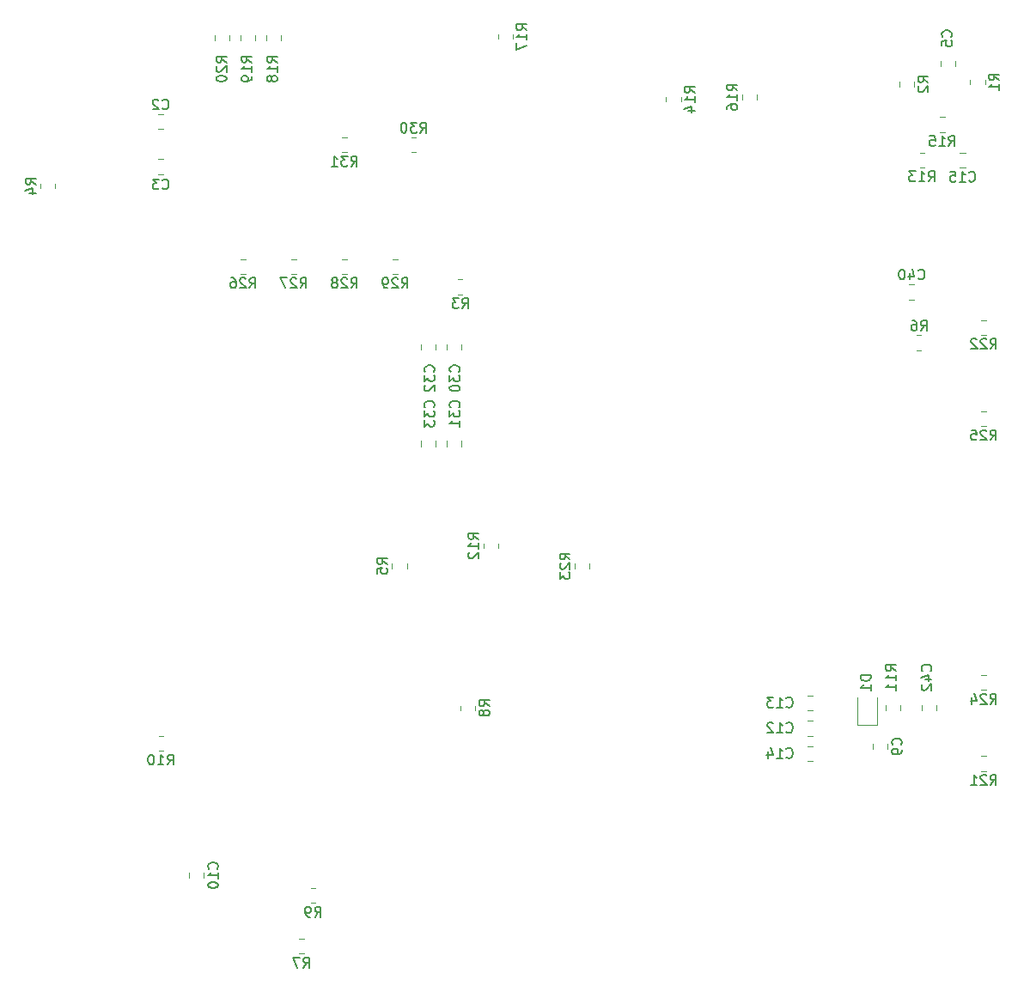
<source format=gbr>
%TF.GenerationSoftware,KiCad,Pcbnew,(5.1.9)-1*%
%TF.CreationDate,2021-06-05T00:45:16-04:00*%
%TF.ProjectId,main,6d61696e-2e6b-4696-9361-645f70636258,rev?*%
%TF.SameCoordinates,Original*%
%TF.FileFunction,Legend,Bot*%
%TF.FilePolarity,Positive*%
%FSLAX46Y46*%
G04 Gerber Fmt 4.6, Leading zero omitted, Abs format (unit mm)*
G04 Created by KiCad (PCBNEW (5.1.9)-1) date 2021-06-05 00:45:16*
%MOMM*%
%LPD*%
G01*
G04 APERTURE LIST*
%ADD10C,0.120000*%
%ADD11C,0.150000*%
G04 APERTURE END LIST*
D10*
%TO.C,C42*%
X108993000Y-93718748D02*
X108993000Y-94241252D01*
X110463000Y-93718748D02*
X110463000Y-94241252D01*
%TO.C,C40*%
X108261252Y-52265000D02*
X107738748Y-52265000D01*
X108261252Y-53735000D02*
X107738748Y-53735000D01*
%TO.C,C33*%
X61060000Y-68206252D02*
X61060000Y-67683748D01*
X59590000Y-68206252D02*
X59590000Y-67683748D01*
%TO.C,C32*%
X59590000Y-58158748D02*
X59590000Y-58681252D01*
X61060000Y-58158748D02*
X61060000Y-58681252D01*
%TO.C,R31*%
X51860436Y-39235000D02*
X52314564Y-39235000D01*
X51860436Y-37765000D02*
X52314564Y-37765000D01*
%TO.C,R30*%
X59139564Y-37765000D02*
X58685436Y-37765000D01*
X59139564Y-39235000D02*
X58685436Y-39235000D01*
%TO.C,R29*%
X56860436Y-51235000D02*
X57314564Y-51235000D01*
X56860436Y-49765000D02*
X57314564Y-49765000D01*
%TO.C,R28*%
X51860436Y-51235000D02*
X52314564Y-51235000D01*
X51860436Y-49765000D02*
X52314564Y-49765000D01*
%TO.C,R27*%
X46860436Y-51235000D02*
X47314564Y-51235000D01*
X46860436Y-49765000D02*
X47314564Y-49765000D01*
%TO.C,R26*%
X41860436Y-51235000D02*
X42314564Y-51235000D01*
X41860436Y-49765000D02*
X42314564Y-49765000D01*
%TO.C,R25*%
X114860936Y-66235000D02*
X115315064Y-66235000D01*
X114860936Y-64765000D02*
X115315064Y-64765000D01*
%TO.C,R24*%
X114860936Y-92235000D02*
X115315064Y-92235000D01*
X114860936Y-90765000D02*
X115315064Y-90765000D01*
%TO.C,R22*%
X114860936Y-57235000D02*
X115315064Y-57235000D01*
X114860936Y-55765000D02*
X115315064Y-55765000D01*
%TO.C,R21*%
X114860936Y-100235000D02*
X115315064Y-100235000D01*
X114860936Y-98765000D02*
X115315064Y-98765000D01*
%TO.C,C31*%
X63600000Y-68206252D02*
X63600000Y-67683748D01*
X62130000Y-68206252D02*
X62130000Y-67683748D01*
%TO.C,C30*%
X62130000Y-58158748D02*
X62130000Y-58681252D01*
X63600000Y-58158748D02*
X63600000Y-58681252D01*
%TO.C,R23*%
X74765000Y-79772936D02*
X74765000Y-80227064D01*
X76235000Y-79772936D02*
X76235000Y-80227064D01*
%TO.C,R20*%
X40740000Y-28167064D02*
X40740000Y-27712936D01*
X39270000Y-28167064D02*
X39270000Y-27712936D01*
%TO.C,R19*%
X43280000Y-28167064D02*
X43280000Y-27712936D01*
X41810000Y-28167064D02*
X41810000Y-27712936D01*
%TO.C,R18*%
X45820000Y-28167064D02*
X45820000Y-27712936D01*
X44350000Y-28167064D02*
X44350000Y-27712936D01*
%TO.C,R17*%
X68680000Y-28063564D02*
X68680000Y-27609436D01*
X67210000Y-28063564D02*
X67210000Y-27609436D01*
%TO.C,R12*%
X67235000Y-77772936D02*
X67235000Y-78227064D01*
X65765000Y-77772936D02*
X65765000Y-78227064D01*
%TO.C,C14*%
X98261252Y-99235000D02*
X97738748Y-99235000D01*
X98261252Y-97765000D02*
X97738748Y-97765000D01*
%TO.C,C13*%
X98261252Y-94235000D02*
X97738748Y-94235000D01*
X98261252Y-92765000D02*
X97738748Y-92765000D01*
%TO.C,C12*%
X98261252Y-96735000D02*
X97738748Y-96735000D01*
X98261252Y-95265000D02*
X97738748Y-95265000D01*
%TO.C,R11*%
X105437000Y-94207064D02*
X105437000Y-93752936D01*
X106907000Y-94207064D02*
X106907000Y-93752936D01*
%TO.C,R8*%
X63527000Y-94227064D02*
X63527000Y-93772936D01*
X64997000Y-94227064D02*
X64997000Y-93772936D01*
%TO.C,R3*%
X63272936Y-51765000D02*
X63727064Y-51765000D01*
X63272936Y-53235000D02*
X63727064Y-53235000D01*
%TO.C,R14*%
X83765000Y-34227064D02*
X83765000Y-33772936D01*
X85235000Y-34227064D02*
X85235000Y-33772936D01*
%TO.C,D1*%
X102672000Y-95665000D02*
X102672000Y-92980000D01*
X104592000Y-95665000D02*
X102672000Y-95665000D01*
X104592000Y-92980000D02*
X104592000Y-95665000D01*
%TO.C,C9*%
X104167000Y-98051252D02*
X104167000Y-97528748D01*
X105637000Y-98051252D02*
X105637000Y-97528748D01*
%TO.C,R10*%
X33772936Y-96765000D02*
X34227064Y-96765000D01*
X33772936Y-98235000D02*
X34227064Y-98235000D01*
%TO.C,R9*%
X48772936Y-111765000D02*
X49227064Y-111765000D01*
X48772936Y-113235000D02*
X49227064Y-113235000D01*
%TO.C,R7*%
X47628436Y-116765000D02*
X48082564Y-116765000D01*
X47628436Y-118235000D02*
X48082564Y-118235000D01*
%TO.C,R2*%
X106765000Y-32727064D02*
X106765000Y-32272936D01*
X108235000Y-32727064D02*
X108235000Y-32272936D01*
%TO.C,R1*%
X113765000Y-32519064D02*
X113765000Y-32064936D01*
X115235000Y-32519064D02*
X115235000Y-32064936D01*
%TO.C,C5*%
X110814000Y-30761252D02*
X110814000Y-30238748D01*
X112284000Y-30761252D02*
X112284000Y-30238748D01*
%TO.C,R16*%
X92735000Y-33554936D02*
X92735000Y-34009064D01*
X91265000Y-33554936D02*
X91265000Y-34009064D01*
%TO.C,R15*%
X110772936Y-35765000D02*
X111227064Y-35765000D01*
X110772936Y-37235000D02*
X111227064Y-37235000D01*
%TO.C,R13*%
X108772936Y-39265000D02*
X109227064Y-39265000D01*
X108772936Y-40735000D02*
X109227064Y-40735000D01*
%TO.C,C15*%
X112738748Y-39265000D02*
X113261252Y-39265000D01*
X112738748Y-40735000D02*
X113261252Y-40735000D01*
%TO.C,R5*%
X58235000Y-79772936D02*
X58235000Y-80227064D01*
X56765000Y-79772936D02*
X56765000Y-80227064D01*
%TO.C,R4*%
X23595000Y-42317936D02*
X23595000Y-42772064D01*
X22125000Y-42317936D02*
X22125000Y-42772064D01*
%TO.C,R6*%
X108939064Y-58735000D02*
X108484936Y-58735000D01*
X108939064Y-57265000D02*
X108484936Y-57265000D01*
%TO.C,C2*%
X33708748Y-36930000D02*
X34231252Y-36930000D01*
X33708748Y-35460000D02*
X34231252Y-35460000D01*
%TO.C,C3*%
X33708748Y-41375000D02*
X34231252Y-41375000D01*
X33708748Y-39905000D02*
X34231252Y-39905000D01*
%TO.C,C10*%
X38235000Y-110761252D02*
X38235000Y-110238748D01*
X36765000Y-110761252D02*
X36765000Y-110238748D01*
%TO.C,C42*%
D11*
X109857142Y-90357142D02*
X109904761Y-90309523D01*
X109952380Y-90166666D01*
X109952380Y-90071428D01*
X109904761Y-89928571D01*
X109809523Y-89833333D01*
X109714285Y-89785714D01*
X109523809Y-89738095D01*
X109380952Y-89738095D01*
X109190476Y-89785714D01*
X109095238Y-89833333D01*
X109000000Y-89928571D01*
X108952380Y-90071428D01*
X108952380Y-90166666D01*
X109000000Y-90309523D01*
X109047619Y-90357142D01*
X109285714Y-91214285D02*
X109952380Y-91214285D01*
X108904761Y-90976190D02*
X109619047Y-90738095D01*
X109619047Y-91357142D01*
X109047619Y-91690476D02*
X109000000Y-91738095D01*
X108952380Y-91833333D01*
X108952380Y-92071428D01*
X109000000Y-92166666D01*
X109047619Y-92214285D01*
X109142857Y-92261904D01*
X109238095Y-92261904D01*
X109380952Y-92214285D01*
X109952380Y-91642857D01*
X109952380Y-92261904D01*
%TO.C,C40*%
X108642857Y-51677142D02*
X108690476Y-51724761D01*
X108833333Y-51772380D01*
X108928571Y-51772380D01*
X109071428Y-51724761D01*
X109166666Y-51629523D01*
X109214285Y-51534285D01*
X109261904Y-51343809D01*
X109261904Y-51200952D01*
X109214285Y-51010476D01*
X109166666Y-50915238D01*
X109071428Y-50820000D01*
X108928571Y-50772380D01*
X108833333Y-50772380D01*
X108690476Y-50820000D01*
X108642857Y-50867619D01*
X107785714Y-51105714D02*
X107785714Y-51772380D01*
X108023809Y-50724761D02*
X108261904Y-51439047D01*
X107642857Y-51439047D01*
X107071428Y-50772380D02*
X106976190Y-50772380D01*
X106880952Y-50820000D01*
X106833333Y-50867619D01*
X106785714Y-50962857D01*
X106738095Y-51153333D01*
X106738095Y-51391428D01*
X106785714Y-51581904D01*
X106833333Y-51677142D01*
X106880952Y-51724761D01*
X106976190Y-51772380D01*
X107071428Y-51772380D01*
X107166666Y-51724761D01*
X107214285Y-51677142D01*
X107261904Y-51581904D01*
X107309523Y-51391428D01*
X107309523Y-51153333D01*
X107261904Y-50962857D01*
X107214285Y-50867619D01*
X107166666Y-50820000D01*
X107071428Y-50772380D01*
%TO.C,C33*%
X60857142Y-64357142D02*
X60904761Y-64309523D01*
X60952380Y-64166666D01*
X60952380Y-64071428D01*
X60904761Y-63928571D01*
X60809523Y-63833333D01*
X60714285Y-63785714D01*
X60523809Y-63738095D01*
X60380952Y-63738095D01*
X60190476Y-63785714D01*
X60095238Y-63833333D01*
X60000000Y-63928571D01*
X59952380Y-64071428D01*
X59952380Y-64166666D01*
X60000000Y-64309523D01*
X60047619Y-64357142D01*
X59952380Y-64690476D02*
X59952380Y-65309523D01*
X60333333Y-64976190D01*
X60333333Y-65119047D01*
X60380952Y-65214285D01*
X60428571Y-65261904D01*
X60523809Y-65309523D01*
X60761904Y-65309523D01*
X60857142Y-65261904D01*
X60904761Y-65214285D01*
X60952380Y-65119047D01*
X60952380Y-64833333D01*
X60904761Y-64738095D01*
X60857142Y-64690476D01*
X59952380Y-65642857D02*
X59952380Y-66261904D01*
X60333333Y-65928571D01*
X60333333Y-66071428D01*
X60380952Y-66166666D01*
X60428571Y-66214285D01*
X60523809Y-66261904D01*
X60761904Y-66261904D01*
X60857142Y-66214285D01*
X60904761Y-66166666D01*
X60952380Y-66071428D01*
X60952380Y-65785714D01*
X60904761Y-65690476D01*
X60857142Y-65642857D01*
%TO.C,C32*%
X60857142Y-60857142D02*
X60904761Y-60809523D01*
X60952380Y-60666666D01*
X60952380Y-60571428D01*
X60904761Y-60428571D01*
X60809523Y-60333333D01*
X60714285Y-60285714D01*
X60523809Y-60238095D01*
X60380952Y-60238095D01*
X60190476Y-60285714D01*
X60095238Y-60333333D01*
X60000000Y-60428571D01*
X59952380Y-60571428D01*
X59952380Y-60666666D01*
X60000000Y-60809523D01*
X60047619Y-60857142D01*
X59952380Y-61190476D02*
X59952380Y-61809523D01*
X60333333Y-61476190D01*
X60333333Y-61619047D01*
X60380952Y-61714285D01*
X60428571Y-61761904D01*
X60523809Y-61809523D01*
X60761904Y-61809523D01*
X60857142Y-61761904D01*
X60904761Y-61714285D01*
X60952380Y-61619047D01*
X60952380Y-61333333D01*
X60904761Y-61238095D01*
X60857142Y-61190476D01*
X60047619Y-62190476D02*
X60000000Y-62238095D01*
X59952380Y-62333333D01*
X59952380Y-62571428D01*
X60000000Y-62666666D01*
X60047619Y-62714285D01*
X60142857Y-62761904D01*
X60238095Y-62761904D01*
X60380952Y-62714285D01*
X60952380Y-62142857D01*
X60952380Y-62761904D01*
%TO.C,R31*%
X52730357Y-40602380D02*
X53063690Y-40126190D01*
X53301785Y-40602380D02*
X53301785Y-39602380D01*
X52920833Y-39602380D01*
X52825595Y-39650000D01*
X52777976Y-39697619D01*
X52730357Y-39792857D01*
X52730357Y-39935714D01*
X52777976Y-40030952D01*
X52825595Y-40078571D01*
X52920833Y-40126190D01*
X53301785Y-40126190D01*
X52397023Y-39602380D02*
X51777976Y-39602380D01*
X52111309Y-39983333D01*
X51968452Y-39983333D01*
X51873214Y-40030952D01*
X51825595Y-40078571D01*
X51777976Y-40173809D01*
X51777976Y-40411904D01*
X51825595Y-40507142D01*
X51873214Y-40554761D01*
X51968452Y-40602380D01*
X52254166Y-40602380D01*
X52349404Y-40554761D01*
X52397023Y-40507142D01*
X50825595Y-40602380D02*
X51397023Y-40602380D01*
X51111309Y-40602380D02*
X51111309Y-39602380D01*
X51206547Y-39745238D01*
X51301785Y-39840476D01*
X51397023Y-39888095D01*
%TO.C,R30*%
X59555357Y-37302380D02*
X59888690Y-36826190D01*
X60126785Y-37302380D02*
X60126785Y-36302380D01*
X59745833Y-36302380D01*
X59650595Y-36350000D01*
X59602976Y-36397619D01*
X59555357Y-36492857D01*
X59555357Y-36635714D01*
X59602976Y-36730952D01*
X59650595Y-36778571D01*
X59745833Y-36826190D01*
X60126785Y-36826190D01*
X59222023Y-36302380D02*
X58602976Y-36302380D01*
X58936309Y-36683333D01*
X58793452Y-36683333D01*
X58698214Y-36730952D01*
X58650595Y-36778571D01*
X58602976Y-36873809D01*
X58602976Y-37111904D01*
X58650595Y-37207142D01*
X58698214Y-37254761D01*
X58793452Y-37302380D01*
X59079166Y-37302380D01*
X59174404Y-37254761D01*
X59222023Y-37207142D01*
X57983928Y-36302380D02*
X57888690Y-36302380D01*
X57793452Y-36350000D01*
X57745833Y-36397619D01*
X57698214Y-36492857D01*
X57650595Y-36683333D01*
X57650595Y-36921428D01*
X57698214Y-37111904D01*
X57745833Y-37207142D01*
X57793452Y-37254761D01*
X57888690Y-37302380D01*
X57983928Y-37302380D01*
X58079166Y-37254761D01*
X58126785Y-37207142D01*
X58174404Y-37111904D01*
X58222023Y-36921428D01*
X58222023Y-36683333D01*
X58174404Y-36492857D01*
X58126785Y-36397619D01*
X58079166Y-36350000D01*
X57983928Y-36302380D01*
%TO.C,R29*%
X57730357Y-52602380D02*
X58063690Y-52126190D01*
X58301785Y-52602380D02*
X58301785Y-51602380D01*
X57920833Y-51602380D01*
X57825595Y-51650000D01*
X57777976Y-51697619D01*
X57730357Y-51792857D01*
X57730357Y-51935714D01*
X57777976Y-52030952D01*
X57825595Y-52078571D01*
X57920833Y-52126190D01*
X58301785Y-52126190D01*
X57349404Y-51697619D02*
X57301785Y-51650000D01*
X57206547Y-51602380D01*
X56968452Y-51602380D01*
X56873214Y-51650000D01*
X56825595Y-51697619D01*
X56777976Y-51792857D01*
X56777976Y-51888095D01*
X56825595Y-52030952D01*
X57397023Y-52602380D01*
X56777976Y-52602380D01*
X56301785Y-52602380D02*
X56111309Y-52602380D01*
X56016071Y-52554761D01*
X55968452Y-52507142D01*
X55873214Y-52364285D01*
X55825595Y-52173809D01*
X55825595Y-51792857D01*
X55873214Y-51697619D01*
X55920833Y-51650000D01*
X56016071Y-51602380D01*
X56206547Y-51602380D01*
X56301785Y-51650000D01*
X56349404Y-51697619D01*
X56397023Y-51792857D01*
X56397023Y-52030952D01*
X56349404Y-52126190D01*
X56301785Y-52173809D01*
X56206547Y-52221428D01*
X56016071Y-52221428D01*
X55920833Y-52173809D01*
X55873214Y-52126190D01*
X55825595Y-52030952D01*
%TO.C,R28*%
X52730357Y-52602380D02*
X53063690Y-52126190D01*
X53301785Y-52602380D02*
X53301785Y-51602380D01*
X52920833Y-51602380D01*
X52825595Y-51650000D01*
X52777976Y-51697619D01*
X52730357Y-51792857D01*
X52730357Y-51935714D01*
X52777976Y-52030952D01*
X52825595Y-52078571D01*
X52920833Y-52126190D01*
X53301785Y-52126190D01*
X52349404Y-51697619D02*
X52301785Y-51650000D01*
X52206547Y-51602380D01*
X51968452Y-51602380D01*
X51873214Y-51650000D01*
X51825595Y-51697619D01*
X51777976Y-51792857D01*
X51777976Y-51888095D01*
X51825595Y-52030952D01*
X52397023Y-52602380D01*
X51777976Y-52602380D01*
X51206547Y-52030952D02*
X51301785Y-51983333D01*
X51349404Y-51935714D01*
X51397023Y-51840476D01*
X51397023Y-51792857D01*
X51349404Y-51697619D01*
X51301785Y-51650000D01*
X51206547Y-51602380D01*
X51016071Y-51602380D01*
X50920833Y-51650000D01*
X50873214Y-51697619D01*
X50825595Y-51792857D01*
X50825595Y-51840476D01*
X50873214Y-51935714D01*
X50920833Y-51983333D01*
X51016071Y-52030952D01*
X51206547Y-52030952D01*
X51301785Y-52078571D01*
X51349404Y-52126190D01*
X51397023Y-52221428D01*
X51397023Y-52411904D01*
X51349404Y-52507142D01*
X51301785Y-52554761D01*
X51206547Y-52602380D01*
X51016071Y-52602380D01*
X50920833Y-52554761D01*
X50873214Y-52507142D01*
X50825595Y-52411904D01*
X50825595Y-52221428D01*
X50873214Y-52126190D01*
X50920833Y-52078571D01*
X51016071Y-52030952D01*
%TO.C,R27*%
X47730357Y-52602380D02*
X48063690Y-52126190D01*
X48301785Y-52602380D02*
X48301785Y-51602380D01*
X47920833Y-51602380D01*
X47825595Y-51650000D01*
X47777976Y-51697619D01*
X47730357Y-51792857D01*
X47730357Y-51935714D01*
X47777976Y-52030952D01*
X47825595Y-52078571D01*
X47920833Y-52126190D01*
X48301785Y-52126190D01*
X47349404Y-51697619D02*
X47301785Y-51650000D01*
X47206547Y-51602380D01*
X46968452Y-51602380D01*
X46873214Y-51650000D01*
X46825595Y-51697619D01*
X46777976Y-51792857D01*
X46777976Y-51888095D01*
X46825595Y-52030952D01*
X47397023Y-52602380D01*
X46777976Y-52602380D01*
X46444642Y-51602380D02*
X45777976Y-51602380D01*
X46206547Y-52602380D01*
%TO.C,R26*%
X42730357Y-52602380D02*
X43063690Y-52126190D01*
X43301785Y-52602380D02*
X43301785Y-51602380D01*
X42920833Y-51602380D01*
X42825595Y-51650000D01*
X42777976Y-51697619D01*
X42730357Y-51792857D01*
X42730357Y-51935714D01*
X42777976Y-52030952D01*
X42825595Y-52078571D01*
X42920833Y-52126190D01*
X43301785Y-52126190D01*
X42349404Y-51697619D02*
X42301785Y-51650000D01*
X42206547Y-51602380D01*
X41968452Y-51602380D01*
X41873214Y-51650000D01*
X41825595Y-51697619D01*
X41777976Y-51792857D01*
X41777976Y-51888095D01*
X41825595Y-52030952D01*
X42397023Y-52602380D01*
X41777976Y-52602380D01*
X40920833Y-51602380D02*
X41111309Y-51602380D01*
X41206547Y-51650000D01*
X41254166Y-51697619D01*
X41349404Y-51840476D01*
X41397023Y-52030952D01*
X41397023Y-52411904D01*
X41349404Y-52507142D01*
X41301785Y-52554761D01*
X41206547Y-52602380D01*
X41016071Y-52602380D01*
X40920833Y-52554761D01*
X40873214Y-52507142D01*
X40825595Y-52411904D01*
X40825595Y-52173809D01*
X40873214Y-52078571D01*
X40920833Y-52030952D01*
X41016071Y-51983333D01*
X41206547Y-51983333D01*
X41301785Y-52030952D01*
X41349404Y-52078571D01*
X41397023Y-52173809D01*
%TO.C,R25*%
X115730857Y-67602380D02*
X116064190Y-67126190D01*
X116302285Y-67602380D02*
X116302285Y-66602380D01*
X115921333Y-66602380D01*
X115826095Y-66650000D01*
X115778476Y-66697619D01*
X115730857Y-66792857D01*
X115730857Y-66935714D01*
X115778476Y-67030952D01*
X115826095Y-67078571D01*
X115921333Y-67126190D01*
X116302285Y-67126190D01*
X115349904Y-66697619D02*
X115302285Y-66650000D01*
X115207047Y-66602380D01*
X114968952Y-66602380D01*
X114873714Y-66650000D01*
X114826095Y-66697619D01*
X114778476Y-66792857D01*
X114778476Y-66888095D01*
X114826095Y-67030952D01*
X115397523Y-67602380D01*
X114778476Y-67602380D01*
X113873714Y-66602380D02*
X114349904Y-66602380D01*
X114397523Y-67078571D01*
X114349904Y-67030952D01*
X114254666Y-66983333D01*
X114016571Y-66983333D01*
X113921333Y-67030952D01*
X113873714Y-67078571D01*
X113826095Y-67173809D01*
X113826095Y-67411904D01*
X113873714Y-67507142D01*
X113921333Y-67554761D01*
X114016571Y-67602380D01*
X114254666Y-67602380D01*
X114349904Y-67554761D01*
X114397523Y-67507142D01*
%TO.C,R24*%
X115730857Y-93602380D02*
X116064190Y-93126190D01*
X116302285Y-93602380D02*
X116302285Y-92602380D01*
X115921333Y-92602380D01*
X115826095Y-92650000D01*
X115778476Y-92697619D01*
X115730857Y-92792857D01*
X115730857Y-92935714D01*
X115778476Y-93030952D01*
X115826095Y-93078571D01*
X115921333Y-93126190D01*
X116302285Y-93126190D01*
X115349904Y-92697619D02*
X115302285Y-92650000D01*
X115207047Y-92602380D01*
X114968952Y-92602380D01*
X114873714Y-92650000D01*
X114826095Y-92697619D01*
X114778476Y-92792857D01*
X114778476Y-92888095D01*
X114826095Y-93030952D01*
X115397523Y-93602380D01*
X114778476Y-93602380D01*
X113921333Y-92935714D02*
X113921333Y-93602380D01*
X114159428Y-92554761D02*
X114397523Y-93269047D01*
X113778476Y-93269047D01*
%TO.C,R22*%
X115730857Y-58602380D02*
X116064190Y-58126190D01*
X116302285Y-58602380D02*
X116302285Y-57602380D01*
X115921333Y-57602380D01*
X115826095Y-57650000D01*
X115778476Y-57697619D01*
X115730857Y-57792857D01*
X115730857Y-57935714D01*
X115778476Y-58030952D01*
X115826095Y-58078571D01*
X115921333Y-58126190D01*
X116302285Y-58126190D01*
X115349904Y-57697619D02*
X115302285Y-57650000D01*
X115207047Y-57602380D01*
X114968952Y-57602380D01*
X114873714Y-57650000D01*
X114826095Y-57697619D01*
X114778476Y-57792857D01*
X114778476Y-57888095D01*
X114826095Y-58030952D01*
X115397523Y-58602380D01*
X114778476Y-58602380D01*
X114397523Y-57697619D02*
X114349904Y-57650000D01*
X114254666Y-57602380D01*
X114016571Y-57602380D01*
X113921333Y-57650000D01*
X113873714Y-57697619D01*
X113826095Y-57792857D01*
X113826095Y-57888095D01*
X113873714Y-58030952D01*
X114445142Y-58602380D01*
X113826095Y-58602380D01*
%TO.C,R21*%
X115730857Y-101602380D02*
X116064190Y-101126190D01*
X116302285Y-101602380D02*
X116302285Y-100602380D01*
X115921333Y-100602380D01*
X115826095Y-100650000D01*
X115778476Y-100697619D01*
X115730857Y-100792857D01*
X115730857Y-100935714D01*
X115778476Y-101030952D01*
X115826095Y-101078571D01*
X115921333Y-101126190D01*
X116302285Y-101126190D01*
X115349904Y-100697619D02*
X115302285Y-100650000D01*
X115207047Y-100602380D01*
X114968952Y-100602380D01*
X114873714Y-100650000D01*
X114826095Y-100697619D01*
X114778476Y-100792857D01*
X114778476Y-100888095D01*
X114826095Y-101030952D01*
X115397523Y-101602380D01*
X114778476Y-101602380D01*
X113826095Y-101602380D02*
X114397523Y-101602380D01*
X114111809Y-101602380D02*
X114111809Y-100602380D01*
X114207047Y-100745238D01*
X114302285Y-100840476D01*
X114397523Y-100888095D01*
%TO.C,C31*%
X63357142Y-64357142D02*
X63404761Y-64309523D01*
X63452380Y-64166666D01*
X63452380Y-64071428D01*
X63404761Y-63928571D01*
X63309523Y-63833333D01*
X63214285Y-63785714D01*
X63023809Y-63738095D01*
X62880952Y-63738095D01*
X62690476Y-63785714D01*
X62595238Y-63833333D01*
X62500000Y-63928571D01*
X62452380Y-64071428D01*
X62452380Y-64166666D01*
X62500000Y-64309523D01*
X62547619Y-64357142D01*
X62452380Y-64690476D02*
X62452380Y-65309523D01*
X62833333Y-64976190D01*
X62833333Y-65119047D01*
X62880952Y-65214285D01*
X62928571Y-65261904D01*
X63023809Y-65309523D01*
X63261904Y-65309523D01*
X63357142Y-65261904D01*
X63404761Y-65214285D01*
X63452380Y-65119047D01*
X63452380Y-64833333D01*
X63404761Y-64738095D01*
X63357142Y-64690476D01*
X63452380Y-66261904D02*
X63452380Y-65690476D01*
X63452380Y-65976190D02*
X62452380Y-65976190D01*
X62595238Y-65880952D01*
X62690476Y-65785714D01*
X62738095Y-65690476D01*
%TO.C,C30*%
X63357142Y-60857142D02*
X63404761Y-60809523D01*
X63452380Y-60666666D01*
X63452380Y-60571428D01*
X63404761Y-60428571D01*
X63309523Y-60333333D01*
X63214285Y-60285714D01*
X63023809Y-60238095D01*
X62880952Y-60238095D01*
X62690476Y-60285714D01*
X62595238Y-60333333D01*
X62500000Y-60428571D01*
X62452380Y-60571428D01*
X62452380Y-60666666D01*
X62500000Y-60809523D01*
X62547619Y-60857142D01*
X62452380Y-61190476D02*
X62452380Y-61809523D01*
X62833333Y-61476190D01*
X62833333Y-61619047D01*
X62880952Y-61714285D01*
X62928571Y-61761904D01*
X63023809Y-61809523D01*
X63261904Y-61809523D01*
X63357142Y-61761904D01*
X63404761Y-61714285D01*
X63452380Y-61619047D01*
X63452380Y-61333333D01*
X63404761Y-61238095D01*
X63357142Y-61190476D01*
X62452380Y-62428571D02*
X62452380Y-62523809D01*
X62500000Y-62619047D01*
X62547619Y-62666666D01*
X62642857Y-62714285D01*
X62833333Y-62761904D01*
X63071428Y-62761904D01*
X63261904Y-62714285D01*
X63357142Y-62666666D01*
X63404761Y-62619047D01*
X63452380Y-62523809D01*
X63452380Y-62428571D01*
X63404761Y-62333333D01*
X63357142Y-62285714D01*
X63261904Y-62238095D01*
X63071428Y-62190476D01*
X62833333Y-62190476D01*
X62642857Y-62238095D01*
X62547619Y-62285714D01*
X62500000Y-62333333D01*
X62452380Y-62428571D01*
%TO.C,R23*%
X74302380Y-79357142D02*
X73826190Y-79023809D01*
X74302380Y-78785714D02*
X73302380Y-78785714D01*
X73302380Y-79166666D01*
X73350000Y-79261904D01*
X73397619Y-79309523D01*
X73492857Y-79357142D01*
X73635714Y-79357142D01*
X73730952Y-79309523D01*
X73778571Y-79261904D01*
X73826190Y-79166666D01*
X73826190Y-78785714D01*
X73397619Y-79738095D02*
X73350000Y-79785714D01*
X73302380Y-79880952D01*
X73302380Y-80119047D01*
X73350000Y-80214285D01*
X73397619Y-80261904D01*
X73492857Y-80309523D01*
X73588095Y-80309523D01*
X73730952Y-80261904D01*
X74302380Y-79690476D01*
X74302380Y-80309523D01*
X73302380Y-80642857D02*
X73302380Y-81261904D01*
X73683333Y-80928571D01*
X73683333Y-81071428D01*
X73730952Y-81166666D01*
X73778571Y-81214285D01*
X73873809Y-81261904D01*
X74111904Y-81261904D01*
X74207142Y-81214285D01*
X74254761Y-81166666D01*
X74302380Y-81071428D01*
X74302380Y-80785714D01*
X74254761Y-80690476D01*
X74207142Y-80642857D01*
%TO.C,R20*%
X40452380Y-30357142D02*
X39976190Y-30023809D01*
X40452380Y-29785714D02*
X39452380Y-29785714D01*
X39452380Y-30166666D01*
X39500000Y-30261904D01*
X39547619Y-30309523D01*
X39642857Y-30357142D01*
X39785714Y-30357142D01*
X39880952Y-30309523D01*
X39928571Y-30261904D01*
X39976190Y-30166666D01*
X39976190Y-29785714D01*
X39547619Y-30738095D02*
X39500000Y-30785714D01*
X39452380Y-30880952D01*
X39452380Y-31119047D01*
X39500000Y-31214285D01*
X39547619Y-31261904D01*
X39642857Y-31309523D01*
X39738095Y-31309523D01*
X39880952Y-31261904D01*
X40452380Y-30690476D01*
X40452380Y-31309523D01*
X39452380Y-31928571D02*
X39452380Y-32023809D01*
X39500000Y-32119047D01*
X39547619Y-32166666D01*
X39642857Y-32214285D01*
X39833333Y-32261904D01*
X40071428Y-32261904D01*
X40261904Y-32214285D01*
X40357142Y-32166666D01*
X40404761Y-32119047D01*
X40452380Y-32023809D01*
X40452380Y-31928571D01*
X40404761Y-31833333D01*
X40357142Y-31785714D01*
X40261904Y-31738095D01*
X40071428Y-31690476D01*
X39833333Y-31690476D01*
X39642857Y-31738095D01*
X39547619Y-31785714D01*
X39500000Y-31833333D01*
X39452380Y-31928571D01*
%TO.C,R19*%
X42952380Y-30357142D02*
X42476190Y-30023809D01*
X42952380Y-29785714D02*
X41952380Y-29785714D01*
X41952380Y-30166666D01*
X42000000Y-30261904D01*
X42047619Y-30309523D01*
X42142857Y-30357142D01*
X42285714Y-30357142D01*
X42380952Y-30309523D01*
X42428571Y-30261904D01*
X42476190Y-30166666D01*
X42476190Y-29785714D01*
X42952380Y-31309523D02*
X42952380Y-30738095D01*
X42952380Y-31023809D02*
X41952380Y-31023809D01*
X42095238Y-30928571D01*
X42190476Y-30833333D01*
X42238095Y-30738095D01*
X42952380Y-31785714D02*
X42952380Y-31976190D01*
X42904761Y-32071428D01*
X42857142Y-32119047D01*
X42714285Y-32214285D01*
X42523809Y-32261904D01*
X42142857Y-32261904D01*
X42047619Y-32214285D01*
X42000000Y-32166666D01*
X41952380Y-32071428D01*
X41952380Y-31880952D01*
X42000000Y-31785714D01*
X42047619Y-31738095D01*
X42142857Y-31690476D01*
X42380952Y-31690476D01*
X42476190Y-31738095D01*
X42523809Y-31785714D01*
X42571428Y-31880952D01*
X42571428Y-32071428D01*
X42523809Y-32166666D01*
X42476190Y-32214285D01*
X42380952Y-32261904D01*
%TO.C,R18*%
X45452380Y-30357142D02*
X44976190Y-30023809D01*
X45452380Y-29785714D02*
X44452380Y-29785714D01*
X44452380Y-30166666D01*
X44500000Y-30261904D01*
X44547619Y-30309523D01*
X44642857Y-30357142D01*
X44785714Y-30357142D01*
X44880952Y-30309523D01*
X44928571Y-30261904D01*
X44976190Y-30166666D01*
X44976190Y-29785714D01*
X45452380Y-31309523D02*
X45452380Y-30738095D01*
X45452380Y-31023809D02*
X44452380Y-31023809D01*
X44595238Y-30928571D01*
X44690476Y-30833333D01*
X44738095Y-30738095D01*
X44880952Y-31880952D02*
X44833333Y-31785714D01*
X44785714Y-31738095D01*
X44690476Y-31690476D01*
X44642857Y-31690476D01*
X44547619Y-31738095D01*
X44500000Y-31785714D01*
X44452380Y-31880952D01*
X44452380Y-32071428D01*
X44500000Y-32166666D01*
X44547619Y-32214285D01*
X44642857Y-32261904D01*
X44690476Y-32261904D01*
X44785714Y-32214285D01*
X44833333Y-32166666D01*
X44880952Y-32071428D01*
X44880952Y-31880952D01*
X44928571Y-31785714D01*
X44976190Y-31738095D01*
X45071428Y-31690476D01*
X45261904Y-31690476D01*
X45357142Y-31738095D01*
X45404761Y-31785714D01*
X45452380Y-31880952D01*
X45452380Y-32071428D01*
X45404761Y-32166666D01*
X45357142Y-32214285D01*
X45261904Y-32261904D01*
X45071428Y-32261904D01*
X44976190Y-32214285D01*
X44928571Y-32166666D01*
X44880952Y-32071428D01*
%TO.C,R17*%
X70047380Y-27193642D02*
X69571190Y-26860309D01*
X70047380Y-26622214D02*
X69047380Y-26622214D01*
X69047380Y-27003166D01*
X69095000Y-27098404D01*
X69142619Y-27146023D01*
X69237857Y-27193642D01*
X69380714Y-27193642D01*
X69475952Y-27146023D01*
X69523571Y-27098404D01*
X69571190Y-27003166D01*
X69571190Y-26622214D01*
X70047380Y-28146023D02*
X70047380Y-27574595D01*
X70047380Y-27860309D02*
X69047380Y-27860309D01*
X69190238Y-27765071D01*
X69285476Y-27669833D01*
X69333095Y-27574595D01*
X69047380Y-28479357D02*
X69047380Y-29146023D01*
X70047380Y-28717452D01*
%TO.C,R12*%
X65302380Y-77357142D02*
X64826190Y-77023809D01*
X65302380Y-76785714D02*
X64302380Y-76785714D01*
X64302380Y-77166666D01*
X64350000Y-77261904D01*
X64397619Y-77309523D01*
X64492857Y-77357142D01*
X64635714Y-77357142D01*
X64730952Y-77309523D01*
X64778571Y-77261904D01*
X64826190Y-77166666D01*
X64826190Y-76785714D01*
X65302380Y-78309523D02*
X65302380Y-77738095D01*
X65302380Y-78023809D02*
X64302380Y-78023809D01*
X64445238Y-77928571D01*
X64540476Y-77833333D01*
X64588095Y-77738095D01*
X64397619Y-78690476D02*
X64350000Y-78738095D01*
X64302380Y-78833333D01*
X64302380Y-79071428D01*
X64350000Y-79166666D01*
X64397619Y-79214285D01*
X64492857Y-79261904D01*
X64588095Y-79261904D01*
X64730952Y-79214285D01*
X65302380Y-78642857D01*
X65302380Y-79261904D01*
%TO.C,C14*%
X95642857Y-98857142D02*
X95690476Y-98904761D01*
X95833333Y-98952380D01*
X95928571Y-98952380D01*
X96071428Y-98904761D01*
X96166666Y-98809523D01*
X96214285Y-98714285D01*
X96261904Y-98523809D01*
X96261904Y-98380952D01*
X96214285Y-98190476D01*
X96166666Y-98095238D01*
X96071428Y-98000000D01*
X95928571Y-97952380D01*
X95833333Y-97952380D01*
X95690476Y-98000000D01*
X95642857Y-98047619D01*
X94690476Y-98952380D02*
X95261904Y-98952380D01*
X94976190Y-98952380D02*
X94976190Y-97952380D01*
X95071428Y-98095238D01*
X95166666Y-98190476D01*
X95261904Y-98238095D01*
X93833333Y-98285714D02*
X93833333Y-98952380D01*
X94071428Y-97904761D02*
X94309523Y-98619047D01*
X93690476Y-98619047D01*
%TO.C,C13*%
X95642857Y-93857142D02*
X95690476Y-93904761D01*
X95833333Y-93952380D01*
X95928571Y-93952380D01*
X96071428Y-93904761D01*
X96166666Y-93809523D01*
X96214285Y-93714285D01*
X96261904Y-93523809D01*
X96261904Y-93380952D01*
X96214285Y-93190476D01*
X96166666Y-93095238D01*
X96071428Y-93000000D01*
X95928571Y-92952380D01*
X95833333Y-92952380D01*
X95690476Y-93000000D01*
X95642857Y-93047619D01*
X94690476Y-93952380D02*
X95261904Y-93952380D01*
X94976190Y-93952380D02*
X94976190Y-92952380D01*
X95071428Y-93095238D01*
X95166666Y-93190476D01*
X95261904Y-93238095D01*
X94357142Y-92952380D02*
X93738095Y-92952380D01*
X94071428Y-93333333D01*
X93928571Y-93333333D01*
X93833333Y-93380952D01*
X93785714Y-93428571D01*
X93738095Y-93523809D01*
X93738095Y-93761904D01*
X93785714Y-93857142D01*
X93833333Y-93904761D01*
X93928571Y-93952380D01*
X94214285Y-93952380D01*
X94309523Y-93904761D01*
X94357142Y-93857142D01*
%TO.C,C12*%
X95642857Y-96357142D02*
X95690476Y-96404761D01*
X95833333Y-96452380D01*
X95928571Y-96452380D01*
X96071428Y-96404761D01*
X96166666Y-96309523D01*
X96214285Y-96214285D01*
X96261904Y-96023809D01*
X96261904Y-95880952D01*
X96214285Y-95690476D01*
X96166666Y-95595238D01*
X96071428Y-95500000D01*
X95928571Y-95452380D01*
X95833333Y-95452380D01*
X95690476Y-95500000D01*
X95642857Y-95547619D01*
X94690476Y-96452380D02*
X95261904Y-96452380D01*
X94976190Y-96452380D02*
X94976190Y-95452380D01*
X95071428Y-95595238D01*
X95166666Y-95690476D01*
X95261904Y-95738095D01*
X94309523Y-95547619D02*
X94261904Y-95500000D01*
X94166666Y-95452380D01*
X93928571Y-95452380D01*
X93833333Y-95500000D01*
X93785714Y-95547619D01*
X93738095Y-95642857D01*
X93738095Y-95738095D01*
X93785714Y-95880952D01*
X94357142Y-96452380D01*
X93738095Y-96452380D01*
%TO.C,R11*%
X106452380Y-90357142D02*
X105976190Y-90023809D01*
X106452380Y-89785714D02*
X105452380Y-89785714D01*
X105452380Y-90166666D01*
X105500000Y-90261904D01*
X105547619Y-90309523D01*
X105642857Y-90357142D01*
X105785714Y-90357142D01*
X105880952Y-90309523D01*
X105928571Y-90261904D01*
X105976190Y-90166666D01*
X105976190Y-89785714D01*
X106452380Y-91309523D02*
X106452380Y-90738095D01*
X106452380Y-91023809D02*
X105452380Y-91023809D01*
X105595238Y-90928571D01*
X105690476Y-90833333D01*
X105738095Y-90738095D01*
X106452380Y-92261904D02*
X106452380Y-91690476D01*
X106452380Y-91976190D02*
X105452380Y-91976190D01*
X105595238Y-91880952D01*
X105690476Y-91785714D01*
X105738095Y-91690476D01*
%TO.C,R8*%
X66364380Y-93833333D02*
X65888190Y-93500000D01*
X66364380Y-93261904D02*
X65364380Y-93261904D01*
X65364380Y-93642857D01*
X65412000Y-93738095D01*
X65459619Y-93785714D01*
X65554857Y-93833333D01*
X65697714Y-93833333D01*
X65792952Y-93785714D01*
X65840571Y-93738095D01*
X65888190Y-93642857D01*
X65888190Y-93261904D01*
X65792952Y-94404761D02*
X65745333Y-94309523D01*
X65697714Y-94261904D01*
X65602476Y-94214285D01*
X65554857Y-94214285D01*
X65459619Y-94261904D01*
X65412000Y-94309523D01*
X65364380Y-94404761D01*
X65364380Y-94595238D01*
X65412000Y-94690476D01*
X65459619Y-94738095D01*
X65554857Y-94785714D01*
X65602476Y-94785714D01*
X65697714Y-94738095D01*
X65745333Y-94690476D01*
X65792952Y-94595238D01*
X65792952Y-94404761D01*
X65840571Y-94309523D01*
X65888190Y-94261904D01*
X65983428Y-94214285D01*
X66173904Y-94214285D01*
X66269142Y-94261904D01*
X66316761Y-94309523D01*
X66364380Y-94404761D01*
X66364380Y-94595238D01*
X66316761Y-94690476D01*
X66269142Y-94738095D01*
X66173904Y-94785714D01*
X65983428Y-94785714D01*
X65888190Y-94738095D01*
X65840571Y-94690476D01*
X65792952Y-94595238D01*
%TO.C,R3*%
X63666666Y-54602380D02*
X64000000Y-54126190D01*
X64238095Y-54602380D02*
X64238095Y-53602380D01*
X63857142Y-53602380D01*
X63761904Y-53650000D01*
X63714285Y-53697619D01*
X63666666Y-53792857D01*
X63666666Y-53935714D01*
X63714285Y-54030952D01*
X63761904Y-54078571D01*
X63857142Y-54126190D01*
X64238095Y-54126190D01*
X63333333Y-53602380D02*
X62714285Y-53602380D01*
X63047619Y-53983333D01*
X62904761Y-53983333D01*
X62809523Y-54030952D01*
X62761904Y-54078571D01*
X62714285Y-54173809D01*
X62714285Y-54411904D01*
X62761904Y-54507142D01*
X62809523Y-54554761D01*
X62904761Y-54602380D01*
X63190476Y-54602380D01*
X63285714Y-54554761D01*
X63333333Y-54507142D01*
%TO.C,R14*%
X86602380Y-33357142D02*
X86126190Y-33023809D01*
X86602380Y-32785714D02*
X85602380Y-32785714D01*
X85602380Y-33166666D01*
X85650000Y-33261904D01*
X85697619Y-33309523D01*
X85792857Y-33357142D01*
X85935714Y-33357142D01*
X86030952Y-33309523D01*
X86078571Y-33261904D01*
X86126190Y-33166666D01*
X86126190Y-32785714D01*
X86602380Y-34309523D02*
X86602380Y-33738095D01*
X86602380Y-34023809D02*
X85602380Y-34023809D01*
X85745238Y-33928571D01*
X85840476Y-33833333D01*
X85888095Y-33738095D01*
X85935714Y-35166666D02*
X86602380Y-35166666D01*
X85554761Y-34928571D02*
X86269047Y-34690476D01*
X86269047Y-35309523D01*
%TO.C,D1*%
X103952380Y-90761904D02*
X102952380Y-90761904D01*
X102952380Y-91000000D01*
X103000000Y-91142857D01*
X103095238Y-91238095D01*
X103190476Y-91285714D01*
X103380952Y-91333333D01*
X103523809Y-91333333D01*
X103714285Y-91285714D01*
X103809523Y-91238095D01*
X103904761Y-91142857D01*
X103952380Y-91000000D01*
X103952380Y-90761904D01*
X103952380Y-92285714D02*
X103952380Y-91714285D01*
X103952380Y-92000000D02*
X102952380Y-92000000D01*
X103095238Y-91904761D01*
X103190476Y-91809523D01*
X103238095Y-91714285D01*
%TO.C,C9*%
X106939142Y-97623333D02*
X106986761Y-97575714D01*
X107034380Y-97432857D01*
X107034380Y-97337619D01*
X106986761Y-97194761D01*
X106891523Y-97099523D01*
X106796285Y-97051904D01*
X106605809Y-97004285D01*
X106462952Y-97004285D01*
X106272476Y-97051904D01*
X106177238Y-97099523D01*
X106082000Y-97194761D01*
X106034380Y-97337619D01*
X106034380Y-97432857D01*
X106082000Y-97575714D01*
X106129619Y-97623333D01*
X107034380Y-98099523D02*
X107034380Y-98290000D01*
X106986761Y-98385238D01*
X106939142Y-98432857D01*
X106796285Y-98528095D01*
X106605809Y-98575714D01*
X106224857Y-98575714D01*
X106129619Y-98528095D01*
X106082000Y-98480476D01*
X106034380Y-98385238D01*
X106034380Y-98194761D01*
X106082000Y-98099523D01*
X106129619Y-98051904D01*
X106224857Y-98004285D01*
X106462952Y-98004285D01*
X106558190Y-98051904D01*
X106605809Y-98099523D01*
X106653428Y-98194761D01*
X106653428Y-98385238D01*
X106605809Y-98480476D01*
X106558190Y-98528095D01*
X106462952Y-98575714D01*
%TO.C,R10*%
X34642857Y-99602380D02*
X34976190Y-99126190D01*
X35214285Y-99602380D02*
X35214285Y-98602380D01*
X34833333Y-98602380D01*
X34738095Y-98650000D01*
X34690476Y-98697619D01*
X34642857Y-98792857D01*
X34642857Y-98935714D01*
X34690476Y-99030952D01*
X34738095Y-99078571D01*
X34833333Y-99126190D01*
X35214285Y-99126190D01*
X33690476Y-99602380D02*
X34261904Y-99602380D01*
X33976190Y-99602380D02*
X33976190Y-98602380D01*
X34071428Y-98745238D01*
X34166666Y-98840476D01*
X34261904Y-98888095D01*
X33071428Y-98602380D02*
X32976190Y-98602380D01*
X32880952Y-98650000D01*
X32833333Y-98697619D01*
X32785714Y-98792857D01*
X32738095Y-98983333D01*
X32738095Y-99221428D01*
X32785714Y-99411904D01*
X32833333Y-99507142D01*
X32880952Y-99554761D01*
X32976190Y-99602380D01*
X33071428Y-99602380D01*
X33166666Y-99554761D01*
X33214285Y-99507142D01*
X33261904Y-99411904D01*
X33309523Y-99221428D01*
X33309523Y-98983333D01*
X33261904Y-98792857D01*
X33214285Y-98697619D01*
X33166666Y-98650000D01*
X33071428Y-98602380D01*
%TO.C,R9*%
X49166666Y-114602380D02*
X49500000Y-114126190D01*
X49738095Y-114602380D02*
X49738095Y-113602380D01*
X49357142Y-113602380D01*
X49261904Y-113650000D01*
X49214285Y-113697619D01*
X49166666Y-113792857D01*
X49166666Y-113935714D01*
X49214285Y-114030952D01*
X49261904Y-114078571D01*
X49357142Y-114126190D01*
X49738095Y-114126190D01*
X48690476Y-114602380D02*
X48500000Y-114602380D01*
X48404761Y-114554761D01*
X48357142Y-114507142D01*
X48261904Y-114364285D01*
X48214285Y-114173809D01*
X48214285Y-113792857D01*
X48261904Y-113697619D01*
X48309523Y-113650000D01*
X48404761Y-113602380D01*
X48595238Y-113602380D01*
X48690476Y-113650000D01*
X48738095Y-113697619D01*
X48785714Y-113792857D01*
X48785714Y-114030952D01*
X48738095Y-114126190D01*
X48690476Y-114173809D01*
X48595238Y-114221428D01*
X48404761Y-114221428D01*
X48309523Y-114173809D01*
X48261904Y-114126190D01*
X48214285Y-114030952D01*
%TO.C,R7*%
X48022166Y-119602380D02*
X48355500Y-119126190D01*
X48593595Y-119602380D02*
X48593595Y-118602380D01*
X48212642Y-118602380D01*
X48117404Y-118650000D01*
X48069785Y-118697619D01*
X48022166Y-118792857D01*
X48022166Y-118935714D01*
X48069785Y-119030952D01*
X48117404Y-119078571D01*
X48212642Y-119126190D01*
X48593595Y-119126190D01*
X47688833Y-118602380D02*
X47022166Y-118602380D01*
X47450738Y-119602380D01*
%TO.C,R2*%
X109602380Y-32333333D02*
X109126190Y-32000000D01*
X109602380Y-31761904D02*
X108602380Y-31761904D01*
X108602380Y-32142857D01*
X108650000Y-32238095D01*
X108697619Y-32285714D01*
X108792857Y-32333333D01*
X108935714Y-32333333D01*
X109030952Y-32285714D01*
X109078571Y-32238095D01*
X109126190Y-32142857D01*
X109126190Y-31761904D01*
X108697619Y-32714285D02*
X108650000Y-32761904D01*
X108602380Y-32857142D01*
X108602380Y-33095238D01*
X108650000Y-33190476D01*
X108697619Y-33238095D01*
X108792857Y-33285714D01*
X108888095Y-33285714D01*
X109030952Y-33238095D01*
X109602380Y-32666666D01*
X109602380Y-33285714D01*
%TO.C,R1*%
X116602380Y-32125333D02*
X116126190Y-31792000D01*
X116602380Y-31553904D02*
X115602380Y-31553904D01*
X115602380Y-31934857D01*
X115650000Y-32030095D01*
X115697619Y-32077714D01*
X115792857Y-32125333D01*
X115935714Y-32125333D01*
X116030952Y-32077714D01*
X116078571Y-32030095D01*
X116126190Y-31934857D01*
X116126190Y-31553904D01*
X116602380Y-33077714D02*
X116602380Y-32506285D01*
X116602380Y-32792000D02*
X115602380Y-32792000D01*
X115745238Y-32696761D01*
X115840476Y-32601523D01*
X115888095Y-32506285D01*
%TO.C,C5*%
X111857142Y-27833333D02*
X111904761Y-27785714D01*
X111952380Y-27642857D01*
X111952380Y-27547619D01*
X111904761Y-27404761D01*
X111809523Y-27309523D01*
X111714285Y-27261904D01*
X111523809Y-27214285D01*
X111380952Y-27214285D01*
X111190476Y-27261904D01*
X111095238Y-27309523D01*
X111000000Y-27404761D01*
X110952380Y-27547619D01*
X110952380Y-27642857D01*
X111000000Y-27785714D01*
X111047619Y-27833333D01*
X110952380Y-28738095D02*
X110952380Y-28261904D01*
X111428571Y-28214285D01*
X111380952Y-28261904D01*
X111333333Y-28357142D01*
X111333333Y-28595238D01*
X111380952Y-28690476D01*
X111428571Y-28738095D01*
X111523809Y-28785714D01*
X111761904Y-28785714D01*
X111857142Y-28738095D01*
X111904761Y-28690476D01*
X111952380Y-28595238D01*
X111952380Y-28357142D01*
X111904761Y-28261904D01*
X111857142Y-28214285D01*
%TO.C,R16*%
X90802380Y-33139142D02*
X90326190Y-32805809D01*
X90802380Y-32567714D02*
X89802380Y-32567714D01*
X89802380Y-32948666D01*
X89850000Y-33043904D01*
X89897619Y-33091523D01*
X89992857Y-33139142D01*
X90135714Y-33139142D01*
X90230952Y-33091523D01*
X90278571Y-33043904D01*
X90326190Y-32948666D01*
X90326190Y-32567714D01*
X90802380Y-34091523D02*
X90802380Y-33520095D01*
X90802380Y-33805809D02*
X89802380Y-33805809D01*
X89945238Y-33710571D01*
X90040476Y-33615333D01*
X90088095Y-33520095D01*
X89802380Y-34948666D02*
X89802380Y-34758190D01*
X89850000Y-34662952D01*
X89897619Y-34615333D01*
X90040476Y-34520095D01*
X90230952Y-34472476D01*
X90611904Y-34472476D01*
X90707142Y-34520095D01*
X90754761Y-34567714D01*
X90802380Y-34662952D01*
X90802380Y-34853428D01*
X90754761Y-34948666D01*
X90707142Y-34996285D01*
X90611904Y-35043904D01*
X90373809Y-35043904D01*
X90278571Y-34996285D01*
X90230952Y-34948666D01*
X90183333Y-34853428D01*
X90183333Y-34662952D01*
X90230952Y-34567714D01*
X90278571Y-34520095D01*
X90373809Y-34472476D01*
%TO.C,R15*%
X111642857Y-38602380D02*
X111976190Y-38126190D01*
X112214285Y-38602380D02*
X112214285Y-37602380D01*
X111833333Y-37602380D01*
X111738095Y-37650000D01*
X111690476Y-37697619D01*
X111642857Y-37792857D01*
X111642857Y-37935714D01*
X111690476Y-38030952D01*
X111738095Y-38078571D01*
X111833333Y-38126190D01*
X112214285Y-38126190D01*
X110690476Y-38602380D02*
X111261904Y-38602380D01*
X110976190Y-38602380D02*
X110976190Y-37602380D01*
X111071428Y-37745238D01*
X111166666Y-37840476D01*
X111261904Y-37888095D01*
X109785714Y-37602380D02*
X110261904Y-37602380D01*
X110309523Y-38078571D01*
X110261904Y-38030952D01*
X110166666Y-37983333D01*
X109928571Y-37983333D01*
X109833333Y-38030952D01*
X109785714Y-38078571D01*
X109738095Y-38173809D01*
X109738095Y-38411904D01*
X109785714Y-38507142D01*
X109833333Y-38554761D01*
X109928571Y-38602380D01*
X110166666Y-38602380D01*
X110261904Y-38554761D01*
X110309523Y-38507142D01*
%TO.C,R13*%
X109642857Y-42102380D02*
X109976190Y-41626190D01*
X110214285Y-42102380D02*
X110214285Y-41102380D01*
X109833333Y-41102380D01*
X109738095Y-41150000D01*
X109690476Y-41197619D01*
X109642857Y-41292857D01*
X109642857Y-41435714D01*
X109690476Y-41530952D01*
X109738095Y-41578571D01*
X109833333Y-41626190D01*
X110214285Y-41626190D01*
X108690476Y-42102380D02*
X109261904Y-42102380D01*
X108976190Y-42102380D02*
X108976190Y-41102380D01*
X109071428Y-41245238D01*
X109166666Y-41340476D01*
X109261904Y-41388095D01*
X108357142Y-41102380D02*
X107738095Y-41102380D01*
X108071428Y-41483333D01*
X107928571Y-41483333D01*
X107833333Y-41530952D01*
X107785714Y-41578571D01*
X107738095Y-41673809D01*
X107738095Y-41911904D01*
X107785714Y-42007142D01*
X107833333Y-42054761D01*
X107928571Y-42102380D01*
X108214285Y-42102380D01*
X108309523Y-42054761D01*
X108357142Y-42007142D01*
%TO.C,C15*%
X113642857Y-42037142D02*
X113690476Y-42084761D01*
X113833333Y-42132380D01*
X113928571Y-42132380D01*
X114071428Y-42084761D01*
X114166666Y-41989523D01*
X114214285Y-41894285D01*
X114261904Y-41703809D01*
X114261904Y-41560952D01*
X114214285Y-41370476D01*
X114166666Y-41275238D01*
X114071428Y-41180000D01*
X113928571Y-41132380D01*
X113833333Y-41132380D01*
X113690476Y-41180000D01*
X113642857Y-41227619D01*
X112690476Y-42132380D02*
X113261904Y-42132380D01*
X112976190Y-42132380D02*
X112976190Y-41132380D01*
X113071428Y-41275238D01*
X113166666Y-41370476D01*
X113261904Y-41418095D01*
X111785714Y-41132380D02*
X112261904Y-41132380D01*
X112309523Y-41608571D01*
X112261904Y-41560952D01*
X112166666Y-41513333D01*
X111928571Y-41513333D01*
X111833333Y-41560952D01*
X111785714Y-41608571D01*
X111738095Y-41703809D01*
X111738095Y-41941904D01*
X111785714Y-42037142D01*
X111833333Y-42084761D01*
X111928571Y-42132380D01*
X112166666Y-42132380D01*
X112261904Y-42084761D01*
X112309523Y-42037142D01*
%TO.C,R5*%
X56302380Y-79833333D02*
X55826190Y-79500000D01*
X56302380Y-79261904D02*
X55302380Y-79261904D01*
X55302380Y-79642857D01*
X55350000Y-79738095D01*
X55397619Y-79785714D01*
X55492857Y-79833333D01*
X55635714Y-79833333D01*
X55730952Y-79785714D01*
X55778571Y-79738095D01*
X55826190Y-79642857D01*
X55826190Y-79261904D01*
X55302380Y-80738095D02*
X55302380Y-80261904D01*
X55778571Y-80214285D01*
X55730952Y-80261904D01*
X55683333Y-80357142D01*
X55683333Y-80595238D01*
X55730952Y-80690476D01*
X55778571Y-80738095D01*
X55873809Y-80785714D01*
X56111904Y-80785714D01*
X56207142Y-80738095D01*
X56254761Y-80690476D01*
X56302380Y-80595238D01*
X56302380Y-80357142D01*
X56254761Y-80261904D01*
X56207142Y-80214285D01*
%TO.C,R4*%
X21662380Y-42378333D02*
X21186190Y-42045000D01*
X21662380Y-41806904D02*
X20662380Y-41806904D01*
X20662380Y-42187857D01*
X20710000Y-42283095D01*
X20757619Y-42330714D01*
X20852857Y-42378333D01*
X20995714Y-42378333D01*
X21090952Y-42330714D01*
X21138571Y-42283095D01*
X21186190Y-42187857D01*
X21186190Y-41806904D01*
X20995714Y-43235476D02*
X21662380Y-43235476D01*
X20614761Y-42997380D02*
X21329047Y-42759285D01*
X21329047Y-43378333D01*
%TO.C,R6*%
X108878666Y-56802380D02*
X109212000Y-56326190D01*
X109450095Y-56802380D02*
X109450095Y-55802380D01*
X109069142Y-55802380D01*
X108973904Y-55850000D01*
X108926285Y-55897619D01*
X108878666Y-55992857D01*
X108878666Y-56135714D01*
X108926285Y-56230952D01*
X108973904Y-56278571D01*
X109069142Y-56326190D01*
X109450095Y-56326190D01*
X108021523Y-55802380D02*
X108212000Y-55802380D01*
X108307238Y-55850000D01*
X108354857Y-55897619D01*
X108450095Y-56040476D01*
X108497714Y-56230952D01*
X108497714Y-56611904D01*
X108450095Y-56707142D01*
X108402476Y-56754761D01*
X108307238Y-56802380D01*
X108116761Y-56802380D01*
X108021523Y-56754761D01*
X107973904Y-56707142D01*
X107926285Y-56611904D01*
X107926285Y-56373809D01*
X107973904Y-56278571D01*
X108021523Y-56230952D01*
X108116761Y-56183333D01*
X108307238Y-56183333D01*
X108402476Y-56230952D01*
X108450095Y-56278571D01*
X108497714Y-56373809D01*
%TO.C,C2*%
X34136666Y-34901142D02*
X34184285Y-34948761D01*
X34327142Y-34996380D01*
X34422380Y-34996380D01*
X34565238Y-34948761D01*
X34660476Y-34853523D01*
X34708095Y-34758285D01*
X34755714Y-34567809D01*
X34755714Y-34424952D01*
X34708095Y-34234476D01*
X34660476Y-34139238D01*
X34565238Y-34044000D01*
X34422380Y-33996380D01*
X34327142Y-33996380D01*
X34184285Y-34044000D01*
X34136666Y-34091619D01*
X33755714Y-34091619D02*
X33708095Y-34044000D01*
X33612857Y-33996380D01*
X33374761Y-33996380D01*
X33279523Y-34044000D01*
X33231904Y-34091619D01*
X33184285Y-34186857D01*
X33184285Y-34282095D01*
X33231904Y-34424952D01*
X33803333Y-34996380D01*
X33184285Y-34996380D01*
%TO.C,C3*%
X34136666Y-42775142D02*
X34184285Y-42822761D01*
X34327142Y-42870380D01*
X34422380Y-42870380D01*
X34565238Y-42822761D01*
X34660476Y-42727523D01*
X34708095Y-42632285D01*
X34755714Y-42441809D01*
X34755714Y-42298952D01*
X34708095Y-42108476D01*
X34660476Y-42013238D01*
X34565238Y-41918000D01*
X34422380Y-41870380D01*
X34327142Y-41870380D01*
X34184285Y-41918000D01*
X34136666Y-41965619D01*
X33803333Y-41870380D02*
X33184285Y-41870380D01*
X33517619Y-42251333D01*
X33374761Y-42251333D01*
X33279523Y-42298952D01*
X33231904Y-42346571D01*
X33184285Y-42441809D01*
X33184285Y-42679904D01*
X33231904Y-42775142D01*
X33279523Y-42822761D01*
X33374761Y-42870380D01*
X33660476Y-42870380D01*
X33755714Y-42822761D01*
X33803333Y-42775142D01*
%TO.C,C10*%
X39537142Y-109857142D02*
X39584761Y-109809523D01*
X39632380Y-109666666D01*
X39632380Y-109571428D01*
X39584761Y-109428571D01*
X39489523Y-109333333D01*
X39394285Y-109285714D01*
X39203809Y-109238095D01*
X39060952Y-109238095D01*
X38870476Y-109285714D01*
X38775238Y-109333333D01*
X38680000Y-109428571D01*
X38632380Y-109571428D01*
X38632380Y-109666666D01*
X38680000Y-109809523D01*
X38727619Y-109857142D01*
X39632380Y-110809523D02*
X39632380Y-110238095D01*
X39632380Y-110523809D02*
X38632380Y-110523809D01*
X38775238Y-110428571D01*
X38870476Y-110333333D01*
X38918095Y-110238095D01*
X38632380Y-111428571D02*
X38632380Y-111523809D01*
X38680000Y-111619047D01*
X38727619Y-111666666D01*
X38822857Y-111714285D01*
X39013333Y-111761904D01*
X39251428Y-111761904D01*
X39441904Y-111714285D01*
X39537142Y-111666666D01*
X39584761Y-111619047D01*
X39632380Y-111523809D01*
X39632380Y-111428571D01*
X39584761Y-111333333D01*
X39537142Y-111285714D01*
X39441904Y-111238095D01*
X39251428Y-111190476D01*
X39013333Y-111190476D01*
X38822857Y-111238095D01*
X38727619Y-111285714D01*
X38680000Y-111333333D01*
X38632380Y-111428571D01*
%TD*%
M02*

</source>
